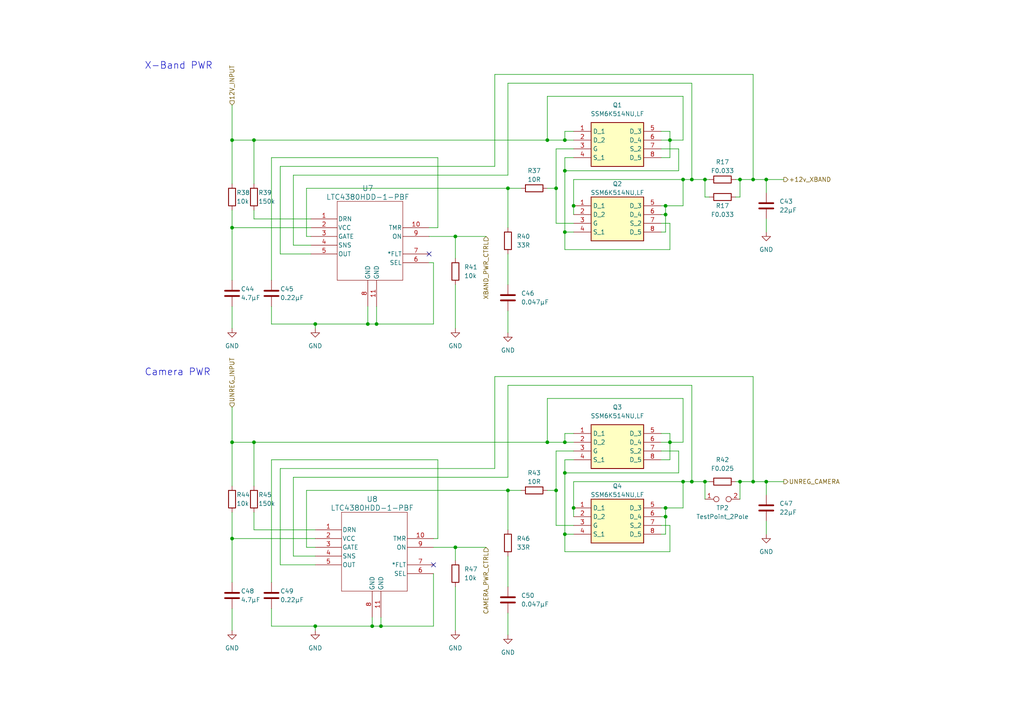
<source format=kicad_sch>
(kicad_sch (version 20230121) (generator eeschema)
  (paper "A4")
  (title_block (title "VERTECS CCB - Payload Power Supplies") (date "2024-05-28") (rev "1.3") (company "Kyushu Institute of Technology") (comment 1 "Includes power for both X-band and Camera") (comment 2 "See KITUSNE CCB schematic for reference") (comment 3 "X-band OCP set to 3A") (comment 4 "Camera OCP set to 2A"))
  (lib_symbols
    (symbol "Connector:TestPoint_2Pole" (pin_names (offset 0.762) hide)
      (property "Reference" "TP" (at 0 1.524 0))
      (property "Value" "TestPoint_2Pole" (at 0 -1.778 0))
      (symbol "TestPoint_2Pole_0_1"
        (circle (center -1.778 0) (radius 0.762))
        (circle (center 1.778 0) (radius 0.762))
        (pin passive line (at -5.08 0 0) (length 2.54) (name "1") (number "1"))
        (pin passive line (at 5.08 0 180) (length 2.54) (name "2") (number "2"))
      )
    )
    (symbol "Device:C" (pin_numbers hide) (pin_names (offset 0.254))
      (property "Reference" "C" (at 0.635 2.54 0))
      (property "Value" "C" (at 0.635 -2.54 0))
      (symbol "C_0_1"
        (polyline (pts (xy -2.032 -0.762) (xy 2.032 -0.762)) (stroke (width 0.508)))
        (polyline (pts (xy -2.032 0.762) (xy 2.032 0.762)) (stroke (width 0.508)))
      )
      (symbol "C_1_1"
        (pin passive line (at 0 3.81 270) (length 2.794) (name "~") (number "1"))
        (pin passive line (at 0 -3.81 90) (length 2.794) (name "~") (number "2"))
      )
    )
    (symbol "Device:R" (pin_numbers hide) (pin_names (offset 0))
      (property "Reference" "R" (at 2.032 0 90))
      (property "Value" "R" (at 0 0 90))
      (symbol "R_0_1"
        (rectangle (start -1.016 -2.54) (end 1.016 2.54) (stroke (width 0.254)))
      )
      (symbol "R_1_1"
        (pin passive line (at 0 3.81 270) (length 1.27) (name "~") (number "1"))
        (pin passive line (at 0 -3.81 90) (length 1.27) (name "~") (number "2"))
      )
    )
    (symbol "LTC4380HDD-1-PBF_1" (pin_names (offset 0.254))
      (property "Reference" "U8" (at 16.51 8.89 0))
      (property "Value" "LTC4380HDD-1-PBF" (at 16.51 6.35 0))
      (symbol "LTC4380HDD-1-PBF_1_0_1"
        (polyline (pts (xy 7.62 -17.78) (xy 26.67 -17.78)) (stroke (width 0.127)))
        (polyline (pts (xy 7.62 5.08) (xy 7.62 -17.78)) (stroke (width 0.127)))
        (polyline (pts (xy 26.67 -17.78) (xy 26.67 5.08)) (stroke (width 0.127)))
        (polyline (pts (xy 26.67 5.08) (xy 7.62 5.08)) (stroke (width 0.127)))
        (pin unspecified line (at 0 0 0) (length 7.62) (name "DRN") (number "1"))
        (pin unspecified line (at 34.29 -2.54 180) (length 7.62) (name "TMR") (number "10"))
        (pin power_out line (at 19.05 -25.4 90) (length 7.62) (name "GND") (number "11"))
        (pin power_in line (at 0 -2.54 0) (length 7.62) (name "VCC") (number "2"))
        (pin unspecified line (at 0 -5.08 0) (length 7.62) (name "GATE") (number "3"))
        (pin unspecified line (at 0 -7.62 0) (length 7.62) (name "SNS") (number "4"))
        (pin output line (at 0 -10.16 0) (length 7.62) (name "OUT") (number "5"))
        (pin unspecified line (at 34.29 -12.7 180) (length 7.62) (name "SEL") (number "6"))
        (pin unspecified line (at 34.29 -10.16 180) (length 7.62) (name "*FLT") (number "7"))
        (pin power_out line (at 16.51 -25.4 90) (length 7.62) (name "GND") (number "8"))
        (pin unspecified line (at 34.29 -5.08 180) (length 7.62) (name "ON") (number "9"))
      )
    )
    (symbol "VERTECS_CCB_Library:SSM6K514NU,LF"
      (property "Reference" "Q" (at 21.59 7.62 0))
      (property "Value" "SSM6K514NU,LF" (at 21.59 5.08 0))
      (symbol "SSM6K514NU,LF_1_1"
        (rectangle (start 5.08 2.54) (end 20.32 -10.16) (stroke (width 0.254)) (fill (type background)))
        (pin passive line (at 0 0 0) (length 5.08) (name "D_1") (number "1"))
        (pin passive line (at 0 -2.54 0) (length 5.08) (name "D_2") (number "2"))
        (pin passive line (at 0 -5.08 0) (length 5.08) (name "G") (number "3"))
        (pin passive line (at 0 -7.62 0) (length 5.08) (name "S_1") (number "4"))
        (pin passive line (at 25.4 0 180) (length 5.08) (name "D_3") (number "5"))
        (pin passive line (at 25.4 -2.54 180) (length 5.08) (name "D_4") (number "6"))
        (pin passive line (at 25.4 -5.08 180) (length 5.08) (name "S_2") (number "7"))
        (pin passive line (at 25.4 -7.62 180) (length 5.08) (name "D_5") (number "8"))
      )
    )
    (symbol "power:GND" (power) (pin_names (offset 0))
      (property "Value" "GND" (at 0 -3.81 0))
      (symbol "GND_0_1"
        (polyline (pts (xy 0 0) (xy 0 -1.27) (xy 1.27 -1.27) (xy 0 -2.54) (xy -1.27 -1.27) (xy 0 -1.27)))
      )
      (symbol "GND_1_1"
        (pin power_in line (at 0 0 270) (length 0) hide (name "GND") (number "1"))
      )
    )
  )
  (junction (at 91.44 181.61))
  (junction (at 193.04 147.32))
  (junction (at 166.37 147.32))
  (junction (at 147.32 54.61))
  (junction (at 166.37 59.69))
  (junction (at 200.66 52.07))
  (junction (at 204.47 52.07))
  (junction (at 214.63 52.07))
  (junction (at 218.44 139.7))
  (junction (at 163.83 128.27))
  (junction (at 193.04 62.23))
  (junction (at 107.95 181.61))
  (junction (at 193.04 149.86))
  (junction (at 194.31 40.64))
  (junction (at 214.63 139.7))
  (junction (at 106.68 93.98))
  (junction (at 67.31 128.27))
  (junction (at 161.29 54.61))
  (junction (at 222.25 52.07))
  (junction (at 163.83 49.53))
  (junction (at 110.49 181.61))
  (junction (at 67.31 66.04))
  (junction (at 200.66 139.7))
  (junction (at 132.08 68.58))
  (junction (at 91.44 93.98))
  (junction (at 163.83 154.94))
  (junction (at 163.83 137.16))
  (junction (at 158.75 40.64))
  (junction (at 67.31 156.21))
  (junction (at 73.66 128.27))
  (junction (at 193.04 59.69))
  (junction (at 222.25 139.7))
  (junction (at 198.12 52.07))
  (junction (at 158.75 128.27))
  (junction (at 109.22 93.98))
  (junction (at 73.66 40.64))
  (junction (at 194.31 128.27))
  (junction (at 163.83 40.64))
  (junction (at 147.32 142.24))
  (junction (at 218.44 52.07))
  (junction (at 67.31 40.64))
  (junction (at 198.12 139.7))
  (junction (at 161.29 142.24))
  (junction (at 204.47 139.7))
  (junction (at 163.83 67.31))
  (junction (at 132.08 158.75))
  (no_connect (at 124.46 73.66))
  (no_connect (at 125.73 163.83))
  (wire (pts (xy 78.74 133.35) (xy 78.74 168.91)))
  (wire (pts (xy 73.66 128.27) (xy 158.75 128.27)))
  (wire (pts (xy 218.44 21.59) (xy 143.51 21.59)))
  (wire (pts (xy 67.31 30.48) (xy 67.31 40.64)))
  (wire (pts (xy 91.44 93.98) (xy 106.68 93.98)))
  (wire (pts (xy 78.74 88.9) (xy 78.74 93.98)))
  (wire (pts (xy 200.66 139.7) (xy 204.47 139.7)))
  (wire (pts (xy 194.31 40.64) (xy 198.12 40.64)))
  (wire (pts (xy 218.44 139.7) (xy 222.25 139.7)))
  (wire (pts (xy 147.32 54.61) (xy 151.13 54.61)))
  (wire (pts (xy 193.04 62.23) (xy 191.77 62.23)))
  (wire (pts (xy 166.37 125.73) (xy 163.83 125.73)))
  (wire (pts (xy 193.04 59.69) (xy 193.04 62.23)))
  (wire (pts (xy 191.77 133.35) (xy 194.31 133.35)))
  (wire (pts (xy 163.83 125.73) (xy 163.83 128.27)))
  (wire (pts (xy 204.47 57.15) (xy 204.47 52.07)))
  (wire (pts (xy 200.66 139.7) (xy 200.66 111.76)))
  (wire (pts (xy 147.32 24.13) (xy 147.32 50.8)))
  (wire (pts (xy 67.31 66.04) (xy 90.17 66.04)))
  (wire (pts (xy 194.31 160.02) (xy 163.83 160.02)))
  (wire (pts (xy 73.66 153.67) (xy 91.44 153.67)))
  (wire (pts (xy 196.85 130.81) (xy 196.85 137.16)))
  (wire (pts (xy 158.75 40.64) (xy 163.83 40.64)))
  (wire (pts (xy 194.31 72.39) (xy 163.83 72.39)))
  (wire (pts (xy 147.32 142.24) (xy 151.13 142.24)))
  (wire (pts (xy 158.75 27.94) (xy 158.75 40.64)))
  (wire (pts (xy 124.46 66.04) (xy 127 66.04)))
  (wire (pts (xy 88.9 54.61) (xy 88.9 68.58)))
  (wire (pts (xy 161.29 43.18) (xy 161.29 54.61)))
  (wire (pts (xy 194.31 133.35) (xy 194.31 128.27)))
  (wire (pts (xy 193.04 67.31) (xy 193.04 62.23)))
  (wire (pts (xy 67.31 128.27) (xy 67.31 140.97)))
  (wire (pts (xy 198.12 115.57) (xy 158.75 115.57)))
  (wire (pts (xy 194.31 152.4) (xy 194.31 160.02)))
  (wire (pts (xy 161.29 43.18) (xy 166.37 43.18)))
  (wire (pts (xy 204.47 139.7) (xy 205.74 139.7)))
  (wire (pts (xy 191.77 40.64) (xy 194.31 40.64)))
  (wire (pts (xy 166.37 59.69) (xy 166.37 52.07)))
  (wire (pts (xy 163.83 133.35) (xy 163.83 137.16)))
  (wire (pts (xy 88.9 142.24) (xy 147.32 142.24)))
  (wire (pts (xy 91.44 181.61) (xy 91.44 182.88)))
  (wire (pts (xy 67.31 40.64) (xy 73.66 40.64)))
  (wire (pts (xy 147.32 161.29) (xy 147.32 170.18)))
  (wire (pts (xy 191.77 43.18) (xy 196.85 43.18)))
  (wire (pts (xy 166.37 133.35) (xy 163.83 133.35)))
  (wire (pts (xy 198.12 40.64) (xy 198.12 27.94)))
  (wire (pts (xy 166.37 45.72) (xy 163.83 45.72)))
  (wire (pts (xy 198.12 59.69) (xy 198.12 52.07)))
  (wire (pts (xy 194.31 38.1) (xy 194.31 40.64)))
  (wire (pts (xy 106.68 93.98) (xy 109.22 93.98)))
  (wire (pts (xy 132.08 158.75) (xy 132.08 162.56)))
  (wire (pts (xy 85.09 161.29) (xy 91.44 161.29)))
  (wire (pts (xy 147.32 142.24) (xy 147.32 153.67)))
  (wire (pts (xy 124.46 68.58) (xy 132.08 68.58)))
  (wire (pts (xy 67.31 88.9) (xy 67.31 95.25)))
  (wire (pts (xy 222.25 63.5) (xy 222.25 67.31)))
  (wire (pts (xy 218.44 52.07) (xy 222.25 52.07)))
  (wire (pts (xy 132.08 158.75) (xy 140.97 158.75)))
  (wire (pts (xy 191.77 147.32) (xy 193.04 147.32)))
  (wire (pts (xy 191.77 38.1) (xy 194.31 38.1)))
  (wire (pts (xy 109.22 88.9) (xy 109.22 93.98)))
  (wire (pts (xy 222.25 139.7) (xy 227.33 139.7)))
  (wire (pts (xy 166.37 52.07) (xy 198.12 52.07)))
  (wire (pts (xy 191.77 59.69) (xy 193.04 59.69)))
  (wire (pts (xy 67.31 128.27) (xy 73.66 128.27)))
  (wire (pts (xy 163.83 45.72) (xy 163.83 49.53)))
  (wire (pts (xy 214.63 57.15) (xy 214.63 52.07)))
  (wire (pts (xy 218.44 52.07) (xy 218.44 21.59)))
  (wire (pts (xy 196.85 49.53) (xy 163.83 49.53)))
  (wire (pts (xy 196.85 43.18) (xy 196.85 49.53)))
  (wire (pts (xy 125.73 156.21) (xy 127 156.21)))
  (wire (pts (xy 200.66 24.13) (xy 147.32 24.13)))
  (wire (pts (xy 161.29 64.77) (xy 166.37 64.77)))
  (wire (pts (xy 222.25 151.13) (xy 222.25 154.94)))
  (wire (pts (xy 143.51 135.89) (xy 81.28 135.89)))
  (wire (pts (xy 163.83 38.1) (xy 163.83 40.64)))
  (wire (pts (xy 67.31 118.11) (xy 67.31 128.27)))
  (wire (pts (xy 163.83 137.16) (xy 163.83 154.94)))
  (wire (pts (xy 222.25 52.07) (xy 227.33 52.07)))
  (wire (pts (xy 147.32 54.61) (xy 147.32 66.04)))
  (wire (pts (xy 147.32 73.66) (xy 147.32 82.55)))
  (wire (pts (xy 158.75 142.24) (xy 161.29 142.24)))
  (wire (pts (xy 198.12 147.32) (xy 198.12 139.7)))
  (wire (pts (xy 88.9 68.58) (xy 90.17 68.58)))
  (wire (pts (xy 88.9 158.75) (xy 91.44 158.75)))
  (wire (pts (xy 161.29 130.81) (xy 161.29 142.24)))
  (wire (pts (xy 214.63 52.07) (xy 218.44 52.07)))
  (wire (pts (xy 204.47 144.78) (xy 204.47 139.7)))
  (wire (pts (xy 198.12 139.7) (xy 200.66 139.7)))
  (wire (pts (xy 91.44 93.98) (xy 91.44 95.25)))
  (wire (pts (xy 166.37 139.7) (xy 198.12 139.7)))
  (wire (pts (xy 218.44 139.7) (xy 218.44 109.22)))
  (wire (pts (xy 191.77 67.31) (xy 193.04 67.31)))
  (wire (pts (xy 204.47 57.15) (xy 205.74 57.15)))
  (wire (pts (xy 222.25 52.07) (xy 222.25 55.88)))
  (wire (pts (xy 158.75 115.57) (xy 158.75 128.27)))
  (wire (pts (xy 85.09 71.12) (xy 90.17 71.12)))
  (wire (pts (xy 124.46 76.2) (xy 125.73 76.2)))
  (wire (pts (xy 78.74 45.72) (xy 78.74 81.28)))
  (wire (pts (xy 106.68 88.9) (xy 106.68 93.98)))
  (wire (pts (xy 163.83 72.39) (xy 163.83 67.31)))
  (wire (pts (xy 67.31 156.21) (xy 67.31 168.91)))
  (wire (pts (xy 73.66 40.64) (xy 158.75 40.64)))
  (wire (pts (xy 110.49 179.07) (xy 110.49 181.61)))
  (wire (pts (xy 110.49 181.61) (xy 125.73 181.61)))
  (wire (pts (xy 166.37 59.69) (xy 166.37 62.23)))
  (wire (pts (xy 161.29 130.81) (xy 166.37 130.81)))
  (wire (pts (xy 194.31 64.77) (xy 194.31 72.39)))
  (wire (pts (xy 163.83 67.31) (xy 166.37 67.31)))
  (wire (pts (xy 161.29 152.4) (xy 166.37 152.4)))
  (wire (pts (xy 81.28 135.89) (xy 81.28 163.83)))
  (wire (pts (xy 191.77 130.81) (xy 196.85 130.81)))
  (wire (pts (xy 143.51 21.59) (xy 143.51 48.26)))
  (wire (pts (xy 166.37 147.32) (xy 166.37 139.7)))
  (wire (pts (xy 132.08 68.58) (xy 140.97 68.58)))
  (wire (pts (xy 88.9 54.61) (xy 147.32 54.61)))
  (wire (pts (xy 127 133.35) (xy 127 156.21)))
  (wire (pts (xy 158.75 128.27) (xy 163.83 128.27)))
  (wire (pts (xy 191.77 152.4) (xy 194.31 152.4)))
  (wire (pts (xy 85.09 138.43) (xy 85.09 161.29)))
  (wire (pts (xy 191.77 64.77) (xy 194.31 64.77)))
  (wire (pts (xy 107.95 181.61) (xy 110.49 181.61)))
  (wire (pts (xy 196.85 137.16) (xy 163.83 137.16)))
  (wire (pts (xy 193.04 147.32) (xy 193.04 149.86)))
  (wire (pts (xy 147.32 177.8) (xy 147.32 184.15)))
  (wire (pts (xy 161.29 142.24) (xy 161.29 152.4)))
  (wire (pts (xy 127 66.04) (xy 127 45.72)))
  (wire (pts (xy 81.28 73.66) (xy 90.17 73.66)))
  (wire (pts (xy 163.83 128.27) (xy 166.37 128.27)))
  (wire (pts (xy 127 45.72) (xy 78.74 45.72)))
  (wire (pts (xy 147.32 90.17) (xy 147.32 96.52)))
  (wire (pts (xy 193.04 154.94) (xy 193.04 149.86)))
  (wire (pts (xy 73.66 63.5) (xy 90.17 63.5)))
  (wire (pts (xy 147.32 111.76) (xy 147.32 138.43)))
  (wire (pts (xy 166.37 147.32) (xy 166.37 149.86)))
  (wire (pts (xy 214.63 139.7) (xy 218.44 139.7)))
  (wire (pts (xy 91.44 181.61) (xy 107.95 181.61)))
  (wire (pts (xy 204.47 52.07) (xy 205.74 52.07)))
  (wire (pts (xy 147.32 138.43) (xy 85.09 138.43)))
  (wire (pts (xy 78.74 93.98) (xy 91.44 93.98)))
  (wire (pts (xy 147.32 50.8) (xy 85.09 50.8)))
  (wire (pts (xy 198.12 128.27) (xy 198.12 115.57)))
  (wire (pts (xy 73.66 148.59) (xy 73.66 153.67)))
  (wire (pts (xy 125.73 93.98) (xy 125.73 76.2)))
  (wire (pts (xy 67.31 156.21) (xy 91.44 156.21)))
  (wire (pts (xy 163.83 154.94) (xy 166.37 154.94)))
  (wire (pts (xy 73.66 60.96) (xy 73.66 63.5)))
  (wire (pts (xy 107.95 179.07) (xy 107.95 181.61)))
  (wire (pts (xy 200.66 111.76) (xy 147.32 111.76)))
  (wire (pts (xy 81.28 48.26) (xy 81.28 73.66)))
  (wire (pts (xy 163.83 160.02) (xy 163.83 154.94)))
  (wire (pts (xy 132.08 82.55) (xy 132.08 95.25)))
  (wire (pts (xy 200.66 52.07) (xy 204.47 52.07)))
  (wire (pts (xy 213.36 139.7) (xy 214.63 139.7)))
  (wire (pts (xy 194.31 45.72) (xy 194.31 40.64)))
  (wire (pts (xy 125.73 181.61) (xy 125.73 166.37)))
  (wire (pts (xy 127 133.35) (xy 78.74 133.35)))
  (wire (pts (xy 67.31 40.64) (xy 67.31 53.34)))
  (wire (pts (xy 78.74 181.61) (xy 91.44 181.61)))
  (wire (pts (xy 163.83 49.53) (xy 163.83 67.31)))
  (wire (pts (xy 161.29 54.61) (xy 161.29 64.77)))
  (wire (pts (xy 191.77 45.72) (xy 194.31 45.72)))
  (wire (pts (xy 193.04 147.32) (xy 198.12 147.32)))
  (wire (pts (xy 73.66 128.27) (xy 73.66 140.97)))
  (wire (pts (xy 214.63 144.78) (xy 214.63 139.7)))
  (wire (pts (xy 200.66 52.07) (xy 200.66 24.13)))
  (wire (pts (xy 163.83 40.64) (xy 166.37 40.64)))
  (wire (pts (xy 158.75 54.61) (xy 161.29 54.61)))
  (wire (pts (xy 88.9 158.75) (xy 88.9 142.24)))
  (wire (pts (xy 191.77 154.94) (xy 193.04 154.94)))
  (wire (pts (xy 194.31 125.73) (xy 194.31 128.27)))
  (wire (pts (xy 213.36 52.07) (xy 214.63 52.07)))
  (wire (pts (xy 81.28 163.83) (xy 91.44 163.83)))
  (wire (pts (xy 143.51 48.26) (xy 81.28 48.26)))
  (wire (pts (xy 85.09 50.8) (xy 85.09 71.12)))
  (wire (pts (xy 166.37 38.1) (xy 163.83 38.1)))
  (wire (pts (xy 191.77 125.73) (xy 194.31 125.73)))
  (wire (pts (xy 67.31 66.04) (xy 67.31 81.28)))
  (wire (pts (xy 191.77 128.27) (xy 194.31 128.27)))
  (wire (pts (xy 78.74 176.53) (xy 78.74 181.61)))
  (wire (pts (xy 143.51 109.22) (xy 143.51 135.89)))
  (wire (pts (xy 198.12 27.94) (xy 158.75 27.94)))
  (wire (pts (xy 193.04 149.86) (xy 191.77 149.86)))
  (wire (pts (xy 132.08 170.18) (xy 132.08 182.88)))
  (wire (pts (xy 198.12 52.07) (xy 200.66 52.07)))
  (wire (pts (xy 132.08 68.58) (xy 132.08 74.93)))
  (wire (pts (xy 67.31 176.53) (xy 67.31 182.88)))
  (wire (pts (xy 109.22 93.98) (xy 125.73 93.98)))
  (wire (pts (xy 222.25 139.7) (xy 222.25 143.51)))
  (wire (pts (xy 73.66 40.64) (xy 73.66 53.34)))
  (wire (pts (xy 125.73 158.75) (xy 132.08 158.75)))
  (wire (pts (xy 67.31 60.96) (xy 67.31 66.04)))
  (wire (pts (xy 213.36 57.15) (xy 214.63 57.15)))
  (wire (pts (xy 67.31 148.59) (xy 67.31 156.21)))
  (wire (pts (xy 194.31 128.27) (xy 198.12 128.27)))
  (wire (pts (xy 218.44 109.22) (xy 143.51 109.22)))
  (wire (pts (xy 193.04 59.69) (xy 198.12 59.69)))
  (text "X-Band PWR" (at 41.91 20.32 0) (effects (font (size 2 2)) (justify left bottom)))
  (text "Camera PWR" (at 41.91 109.22 0) (effects (font (size 2 2)) (justify left bottom)))
  (hierarchical_label "XBAND_PWR_CTRL" (shape input) (at 140.97 68.58 270))
  (hierarchical_label "CAMERA_PWR_CTRL" (shape input) (at 140.97 158.75 270))
  (hierarchical_label "12V_INPUT" (shape input) (at 67.31 30.48 90))
  (hierarchical_label "UNREG_INPUT" (shape input) (at 67.31 118.11 90))
  (hierarchical_label "UNREG_CAMERA" (shape output) (at 227.33 139.7 0))
  (hierarchical_label "+12v_XBAND" (shape output) (at 227.33 52.07 0))
  (symbol (lib_id "VERTECS_CCB_Library:SSM6K514NU,LF") (at 166.37 38.1 0) (unit 1)
    (property "Reference" "Q1" (at 179.07 30.48 0))
    (property "Value" "SSM6K514NU,LF" (at 179.07 33.02 0))
    (property "Footprint" "VERTECS_CCB_Library:SSM6K514NU,LF" (effects hide))
    (property "Datasheet" "https://www.mouser.jp/datasheet/2/408/SSM6K514NU_datasheet_en_20170616-1082946.pdf" (effects hide))
    (property "Mouser Part Number" "757-SSM6K514NULF" (effects hide))
    (property "Mouser Price/Stock" "https://www.mouser.co.uk/ProductDetail/Toshiba/SSM6K514NULF?qs=yfGysFjEcj13lHFOvblArQ%3D%3D" (effects hide))
    (property "Manufacturer_Name" "Toshiba" (effects hide))
    (property "Manufacturer_Part_Number" "SSM6K514NU,LF" (effects hide))
  )
  (symbol (lib_id "Device:R") (at 132.08 78.74 0) (unit 1)
    (property "Reference" "R41" (at 134.62 77.47 0) (effects (justify left)))
    (property "Value" "10k" (at 134.62 80.01 0) (effects (justify left)))
    (property "Footprint" "Resistor_SMD:R_0402_1005Metric" (effects hide))
    (property "Manufacturer_Name" "KOA" (effects hide))
    (property "Manufacturer_Part_Number" "RK73H1ETTP1002F" (effects hide))
  )
  (symbol (lib_id "Device:R") (at 73.66 57.15 0) (unit 1)
    (property "Reference" "R39" (at 74.93 55.88 0) (effects (justify left)))
    (property "Value" "150k" (at 74.93 58.42 0) (effects (justify left)))
    (property "Footprint" "Resistor_SMD:R_0402_1005Metric" (effects hide))
    (property "Manufacturer_Name" "KOA" (effects hide))
    (property "Manufacturer_Part_Number" "RK73H1ETTP1503F" (effects hide))
  )
  (symbol (lib_id "Device:R") (at 209.55 52.07 90) (unit 1)
    (property "Reference" "R17" (at 209.55 46.99 90))
    (property "Value" "F0.033" (at 209.55 49.53 90))
    (property "Footprint" "Resistor_SMD:R_0805_2012Metric" (effects hide))
    (property "Datasheet" "https://www.koaspeer.com/catimages/Products/UR73V/UR73V.pdf" (effects hide))
    (property "Manufacturer_Name" "KOA" (effects hide))
    (property "Manufacturer_Part_Number" "UR73VD2ATTD33L0F" (effects hide))
    (property "Mouser Part Number" "660-UR73VD2ATTD33L0F" (effects hide))
    (property "Mouser Price/Stock" "https://www.mouser.jp/ProductDetail/KOA-Speer/UR73VD2ATTD33L0F?qs=5aG0NVq1C4xwywUIbPsVXw%3D%3D" (effects hide))
    (instances (project "VERTECS_CCB_A" (path "" (reference "R17") (unit 1)) (path "" (reference "R34") (unit 1)) (path "" (reference "R36") (unit 1))))
  )
  (symbol (lib_id "Device:R") (at 132.08 166.37 0) (unit 1)
    (property "Reference" "R47" (at 134.62 165.1 0) (effects (justify left)))
    (property "Value" "10k" (at 134.62 167.64 0) (effects (justify left)))
    (property "Footprint" "Resistor_SMD:R_0402_1005Metric" (effects hide))
    (property "Manufacturer_Name" "KOA" (effects hide))
    (property "Manufacturer_Part_Number" "RK73H1ETTP1002F" (effects hide))
  )
  (symbol (lib_id "power:GND") (at 147.32 96.52 0) (unit 1)
    (property "Reference" "#PWR075" (effects hide))
    (property "Value" "GND" (at 147.32 101.6 0))
  )
  (symbol (lib_id "power:GND") (at 222.25 67.31 0) (unit 1)
    (property "Reference" "#PWR071" (effects hide))
    (property "Value" "GND" (at 222.25 72.39 0))
  )
  (symbol (lib_id "Device:R") (at 73.66 144.78 0) (unit 1)
    (property "Reference" "R45" (at 74.93 143.51 0) (effects (justify left)))
    (property "Value" "150k" (at 74.93 146.05 0) (effects (justify left)))
    (property "Footprint" "Resistor_SMD:R_0402_1005Metric" (effects hide))
    (property "Manufacturer_Name" "KOA" (effects hide))
    (property "Manufacturer_Part_Number" "RK73H1ETTP1503F" (effects hide))
  )
  (symbol (lib_id "Device:C") (at 222.25 59.69 0) (unit 1)
    (property "Reference" "C43" (at 226.06 58.42 0) (effects (justify left)))
    (property "Value" "22µF" (at 226.06 60.96 0) (effects (justify left)))
    (property "Footprint" "Resistor_SMD:R_0603_1608Metric" (effects hide))
    (property "Datasheet" "https://www.mouser.com/datasheet/2/281/1/GRM187R61A226ME15_01A-1984595.pdf" (effects hide))
    (property "Manufacturer_Name" "MURATA" (effects hide))
    (property "Manufacturer_Part_Number" "GRM187R61A226M" (effects hide))
    (property "Mouser Part Number" "81-GRM187R61A226ME5J" (effects hide))
    (property "Mouser Price/Stock" "https://www.mouser.com/ProductDetail/Murata-Electronics/GRM187R61A226ME15J?qs=5aG0NVq1C4zp9gekqoIe8Q%3D%3D" (effects hide))
  )
  (symbol (lib_id "VERTECS_CCB_Library:SSM6K514NU,LF") (at 166.37 59.69 0) (unit 1)
    (property "Reference" "Q2" (at 179.07 53.34 0))
    (property "Value" "SSM6K514NU,LF" (at 179.07 55.88 0))
    (property "Footprint" "VERTECS_CCB_Library:SSM6K514NU,LF" (effects hide))
    (property "Datasheet" "https://www.mouser.jp/datasheet/2/408/SSM6K514NU_datasheet_en_20170616-1082946.pdf" (effects hide))
    (property "Mouser Part Number" "757-SSM6K514NULF" (effects hide))
    (property "Mouser Price/Stock" "https://www.mouser.co.uk/ProductDetail/Toshiba/SSM6K514NULF?qs=yfGysFjEcj13lHFOvblArQ%3D%3D" (effects hide))
    (property "Manufacturer_Name" "Toshiba" (effects hide))
    (property "Manufacturer_Part_Number" "SSM6K514NU,LF" (effects hide))
  )
  (symbol (lib_id "power:GND") (at 222.25 154.94 0) (unit 1)
    (property "Reference" "#PWR076" (effects hide))
    (property "Value" "GND" (at 222.25 160.02 0))
  )
  (symbol (lib_id "power:GND") (at 91.44 182.88 0) (unit 1)
    (property "Reference" "#PWR078" (effects hide))
    (property "Value" "GND" (at 91.44 187.96 0))
  )
  (symbol (lib_id "Connector:TestPoint_2Pole") (at 209.55 144.78 0) (unit 1)
    (property "Reference" "TP2" (at 209.55 147.32 0))
    (property "Value" "TestPoint_2Pole" (at 209.55 149.86 0))
    (property "Footprint" "Resistor_SMD:R_0805_2012Metric_Pad1.20x1.40mm_HandSolder" (effects hide))
  )
  (symbol (lib_id "power:GND") (at 67.31 95.25 0) (unit 1)
    (property "Reference" "#PWR072" (effects hide))
    (property "Value" "GND" (at 67.31 100.33 0))
  )
  (symbol (lib_name "LTC4380HDD-1-PBF_1") (lib_id "VERTECS_CCB_Library:LTC4380HDD-1-PBF") (at 91.44 153.67 0) (unit 1)
    (property "Reference" "U8" (at 107.95 144.78 0) (effects (font (size 1.524 1.524))))
    (property "Value" "LTC4380HDD-1-PBF" (at 107.95 147.32 0) (effects (font (size 1.524 1.524))))
    (property "Footprint" "Package_DFN_QFN:DFN-10-1EP_3x3mm_P0.5mm_EP1.65x2.38mm" (effects hide))
    (property "Datasheet" "https://www.mouser.jp/datasheet/2/609/LTC4380-3125951.pdf" (effects hide))
    (property "Manufacturer_Name" "Analog Devices" (effects hide))
    (property "Manufacturer_Part_Number" "LTC4380HDD-1#PBF" (effects hide))
    (property "Mouser Part Number" "584-LTC4380HDD-1#PBF" (effects hide))
    (property "Mouser Price/Stock" "https://www.mouser.jp/ProductDetail/Analog-Devices/LTC4380HDD-1PBF?qs=oahfZPh6IAK6vXT%252BHggvpA%3D%3D" (effects hide))
  )
  (symbol (lib_id "Device:C") (at 78.74 85.09 0) (unit 1)
    (property "Reference" "C45" (at 81.28 83.82 0) (effects (justify left)))
    (property "Value" "0.22µF" (at 81.28 86.36 0) (effects (justify left)))
    (property "Footprint" "Resistor_SMD:R_0603_1608Metric" (effects hide))
    (property "Datasheet" "https://www.mouser.com/datasheet/2/281/1/GRM188R71E224JA88_01A-1985865.pdf" (effects hide))
    (property "Manufacturer_Name" "MURATA" (effects hide))
    (property "Manufacturer_Part_Number" "GRM188R71E224J" (effects hide))
    (property "Mouser Part Number" "81-GRM188R71E224JA8J" (effects hide))
    (property "Mouser Price/Stock" "https://www.mouser.com/ProductDetail/Murata-Electronics/GRM188R71E224JA88J?qs=QzBtWTOodeUQv4s17XcJEQ%3D%3D" (effects hide))
  )
  (symbol (lib_name "LTC4380HDD-1-PBF_1") (lib_id "VERTECS_CCB_Library:LTC4380HDD-1-PBF") (at 90.17 63.5 0) (unit 1)
    (property "Reference" "U7" (at 106.68 54.61 0) (effects (font (size 1.524 1.524))))
    (property "Value" "LTC4380HDD-1-PBF" (at 106.68 57.15 0) (effects (font (size 1.524 1.524))))
    (property "Footprint" "Package_DFN_QFN:DFN-10-1EP_3x3mm_P0.5mm_EP1.65x2.38mm" (effects hide))
    (property "Datasheet" "https://www.mouser.jp/datasheet/2/609/LTC4380-3125951.pdf" (effects hide))
    (property "Manufacturer_Name" "Analog Devices" (effects hide))
    (property "Manufacturer_Part_Number" "LTC4380HDD-1#PBF" (effects hide))
    (property "Mouser Part Number" "584-LTC4380HDD-1#PBF" (effects hide))
    (property "Mouser Price/Stock" "https://www.mouser.jp/ProductDetail/Analog-Devices/LTC4380HDD-1PBF?qs=oahfZPh6IAK6vXT%252BHggvpA%3D%3D" (effects hide))
  )
  (symbol (lib_id "power:GND") (at 147.32 184.15 0) (unit 1)
    (property "Reference" "#PWR080" (effects hide))
    (property "Value" "GND" (at 147.32 189.23 0))
  )
  (symbol (lib_id "Device:R") (at 209.55 139.7 90) (unit 1)
    (property "Reference" "R42" (at 209.55 133.35 90))
    (property "Value" "F0.025" (at 209.55 135.89 90))
    (property "Footprint" "Resistor_SMD:R_0805_2012Metric" (effects hide))
    (property "Datasheet" "https://www.koaspeer.com/catimages/Products/UR73V/UR73V.pdf" (effects hide))
    (property "Manufacturer_Name" "KOA" (effects hide))
    (property "Manufacturer_Part_Number" "UR73VD2ATTD25L0F" (effects hide))
    (property "Mouser Part Number" "660-UR73VD2ATTD25L0F" (effects hide))
    (property "Mouser Price/Stock" "https://www.mouser.com/ProductDetail/KOA-Speer/UR73VD2ATTD25L0F?qs=5aG0NVq1C4z5HmsT%2Fj0Ezw%3D%3D" (effects hide))
  )
  (symbol (lib_id "Device:R") (at 67.31 144.78 0) (unit 1)
    (property "Reference" "R44" (at 68.58 143.51 0) (effects (justify left)))
    (property "Value" "10k" (at 68.58 146.05 0) (effects (justify left)))
    (property "Footprint" "Resistor_SMD:R_0402_1005Metric" (effects hide))
    (property "Manufacturer_Name" "KOA" (effects hide))
    (property "Manufacturer_Part_Number" "RK73H1ETTP1002F" (effects hide))
  )
  (symbol (lib_id "Device:R") (at 209.55 57.15 90) (unit 1)
    (property "Reference" "R17" (at 209.55 59.69 90))
    (property "Value" "F0.033" (at 209.55 62.23 90))
    (property "Footprint" "Resistor_SMD:R_0805_2012Metric" (effects hide))
    (property "Datasheet" "https://www.koaspeer.com/catimages/Products/UR73V/UR73V.pdf" (effects hide))
    (property "Manufacturer_Name" "KOA" (effects hide))
    (property "Manufacturer_Part_Number" "UR73VD2ATTD33L0F" (effects hide))
    (property "Mouser Part Number" "660-UR73VD2ATTD33L0F" (effects hide))
    (property "Mouser Price/Stock" "https://www.mouser.jp/ProductDetail/KOA-Speer/UR73VD2ATTD33L0F?qs=5aG0NVq1C4xwywUIbPsVXw%3D%3D" (effects hide))
    (instances (project "VERTECS_CCB_A" (path "" (reference "R17") (unit 1)) (path "" (reference "R34") (unit 1)) (path "" (reference "R79") (unit 1))))
  )
  (symbol (lib_id "Device:C") (at 78.74 172.72 0) (unit 1)
    (property "Reference" "C49" (at 81.28 171.45 0) (effects (justify left)))
    (property "Value" "0.22µF" (at 81.28 173.99 0) (effects (justify left)))
    (property "Footprint" "Resistor_SMD:R_0603_1608Metric" (effects hide))
    (property "Datasheet" "https://www.mouser.com/datasheet/2/281/1/GRM188R71E224JA88_01A-1985865.pdf" (effects hide))
    (property "Manufacturer_Name" "MURATA" (effects hide))
    (property "Manufacturer_Part_Number" "GRM188R71E224J" (effects hide))
    (property "Mouser Part Number" "81-GRM188R71E224JA8J" (effects hide))
    (property "Mouser Price/Stock" "https://www.mouser.com/ProductDetail/Murata-Electronics/GRM188R71E224JA88J?qs=QzBtWTOodeUQv4s17XcJEQ%3D%3D" (effects hide))
  )
  (symbol (lib_id "Device:C") (at 147.32 86.36 0) (unit 1)
    (property "Reference" "C46" (at 151.13 85.09 0) (effects (justify left)))
    (property "Value" "0.047µF" (at 151.13 87.63 0) (effects (justify left)))
    (property "Footprint" "Resistor_SMD:R_0402_1005Metric" (effects hide))
    (property "Manufacturer_Name" "MURATA" (effects hide))
    (property "Manufacturer_Part_Number" "GRM155B11C473K" (effects hide))
  )
  (symbol (lib_id "power:GND") (at 132.08 95.25 0) (unit 1)
    (property "Reference" "#PWR074" (effects hide))
    (property "Value" "GND" (at 132.08 100.33 0))
  )
  (symbol (lib_id "power:GND") (at 67.31 182.88 0) (unit 1)
    (property "Reference" "#PWR077" (effects hide))
    (property "Value" "GND" (at 67.31 187.96 0))
  )
  (symbol (lib_id "Device:R") (at 147.32 157.48 0) (unit 1)
    (property "Reference" "R46" (at 149.86 156.21 0) (effects (justify left)))
    (property "Value" "33R" (at 149.86 158.75 0) (effects (justify left)))
    (property "Footprint" "Resistor_SMD:R_0402_1005Metric" (effects hide))
    (property "Manufacturer_Name" "KOA" (effects hide))
    (property "Manufacturer_Part_Number" "RK73H1ETTP33R0F" (effects hide))
  )
  (symbol (lib_id "Device:R") (at 154.94 142.24 270) (unit 1)
    (property "Reference" "R43" (at 154.94 137.16 90))
    (property "Value" "10R" (at 154.94 139.7 90))
    (property "Footprint" "Resistor_SMD:R_0402_1005Metric" (effects hide))
    (property "Manufacturer_Name" "KOA" (effects hide))
    (property "Manufacturer_Part_Number" "RK73H1ETTP10R0F" (effects hide))
  )
  (symbol (lib_id "power:GND") (at 132.08 182.88 0) (unit 1)
    (property "Reference" "#PWR079" (effects hide))
    (property "Value" "GND" (at 132.08 187.96 0))
  )
  (symbol (lib_id "Device:C") (at 222.25 147.32 0) (unit 1)
    (property "Reference" "C47" (at 226.06 146.05 0) (effects (justify left)))
    (property "Value" "22µF" (at 226.06 148.59 0) (effects (justify left)))
    (property "Footprint" "Resistor_SMD:R_0603_1608Metric" (effects hide))
    (property "Datasheet" "https://www.mouser.com/datasheet/2/281/1/GRM187R61A226ME15_01A-1984595.pdf" (effects hide))
    (property "Manufacturer_Name" "MURATA" (effects hide))
    (property "Manufacturer_Part_Number" "GRM187R61A226M" (effects hide))
    (property "Mouser Part Number" "81-GRM187R61A226ME5J" (effects hide))
    (property "Mouser Price/Stock" "https://www.mouser.com/ProductDetail/Murata-Electronics/GRM187R61A226ME15J?qs=5aG0NVq1C4zp9gekqoIe8Q%3D%3D" (effects hide))
  )
  (symbol (lib_id "Device:R") (at 154.94 54.61 270) (unit 1)
    (property "Reference" "R37" (at 154.94 49.53 90))
    (property "Value" "10R" (at 154.94 52.07 90))
    (property "Footprint" "Resistor_SMD:R_0402_1005Metric" (effects hide))
    (property "Manufacturer_Name" "KOA" (effects hide))
    (property "Manufacturer_Part_Number" "RK73H1ETTP10R0F" (effects hide))
  )
  (symbol (lib_id "Device:C") (at 67.31 85.09 0) (unit 1)
    (property "Reference" "C44" (at 69.85 83.82 0) (effects (justify left)))
    (property "Value" "4.7µF" (at 69.85 86.36 0) (effects (justify left)))
    (property "Footprint" "Resistor_SMD:R_0603_1608Metric" (effects hide))
    (property "Datasheet" "https://www.mouser.com/datasheet/2/281/1/GRM188C71A475KE11_01A-1985652.pdf" (effects hide))
    (property "Manufacturer_Name" "MURATA" (effects hide))
    (property "Manufacturer_Part_Number" "GRM188C71A475K" (effects hide))
    (property "Mouser Part Number" "81-GRM188C71A475KE1D" (effects hide))
    (property "Mouser Price/Stock" "https://www.mouser.com/ProductDetail/Murata-Electronics/GRM188C71A475KE11D?qs=ipkqEa07%2FjwaybY4i%2FmF1A%3D%3D" (effects hide))
  )
  (symbol (lib_id "Device:R") (at 67.31 57.15 0) (unit 1)
    (property "Reference" "R38" (at 68.58 55.88 0) (effects (justify left)))
    (property "Value" "10k" (at 68.58 58.42 0) (effects (justify left)))
    (property "Footprint" "Resistor_SMD:R_0402_1005Metric" (effects hide))
    (property "Manufacturer_Name" "KOA" (effects hide))
    (property "Manufacturer_Part_Number" "RK73H1ETTP1002F" (effects hide))
  )
  (symbol (lib_id "Device:C") (at 147.32 173.99 0) (unit 1)
    (property "Reference" "C50" (at 151.13 172.72 0) (effects (justify left)))
    (property "Value" "0.047µF" (at 151.13 175.26 0) (effects (justify left)))
    (property "Footprint" "Resistor_SMD:R_0402_1005Metric" (effects hide))
    (property "Manufacturer_Name" "MURATA" (effects hide))
    (property "Manufacturer_Part_Number" "GRM155B11C473K" (effects hide))
  )
  (symbol (lib_id "Device:R") (at 147.32 69.85 0) (unit 1)
    (property "Reference" "R40" (at 149.86 68.58 0) (effects (justify left)))
    (property "Value" "33R" (at 149.86 71.12 0) (effects (justify left)))
    (property "Footprint" "Resistor_SMD:R_0402_1005Metric" (effects hide))
    (property "Manufacturer_Name" "KOA" (effects hide))
    (property "Manufacturer_Part_Number" "RK73H1ETTP33R0F" (effects hide))
  )
  (symbol (lib_id "VERTECS_CCB_Library:SSM6K514NU,LF") (at 166.37 147.32 0) (unit 1)
    (property "Reference" "Q4" (at 179.07 140.97 0))
    (property "Value" "SSM6K514NU,LF" (at 179.07 143.51 0))
    (property "Footprint" "VERTECS_CCB_Library:SSM6K514NU,LF" (effects hide))
    (property "Datasheet" "https://www.mouser.jp/datasheet/2/408/SSM6K514NU_datasheet_en_20170616-1082946.pdf" (effects hide))
    (property "Mouser Part Number" "757-SSM6K514NULF" (effects hide))
    (property "Mouser Price/Stock" "https://www.mouser.co.uk/ProductDetail/Toshiba/SSM6K514NULF?qs=yfGysFjEcj13lHFOvblArQ%3D%3D" (effects hide))
    (property "Manufacturer_Name" "Toshiba" (effects hide))
    (property "Manufacturer_Part_Number" "SSM6K514NU,LF" (effects hide))
  )
  (symbol (lib_id "power:GND") (at 91.44 95.25 0) (unit 1)
    (property "Reference" "#PWR073" (effects hide))
    (property "Value" "GND" (at 91.44 100.33 0))
  )
  (symbol (lib_id "VERTECS_CCB_Library:SSM6K514NU,LF") (at 166.37 125.73 0) (unit 1)
    (property "Reference" "Q3" (at 179.07 118.11 0))
    (property "Value" "SSM6K514NU,LF" (at 179.07 120.65 0))
    (property "Footprint" "VERTECS_CCB_Library:SSM6K514NU,LF" (effects hide))
    (property "Datasheet" "https://www.mouser.jp/datasheet/2/408/SSM6K514NU_datasheet_en_20170616-1082946.pdf" (effects hide))
    (property "Mouser Part Number" "757-SSM6K514NULF" (effects hide))
    (property "Mouser Price/Stock" "https://www.mouser.co.uk/ProductDetail/Toshiba/SSM6K514NULF?qs=yfGysFjEcj13lHFOvblArQ%3D%3D" (effects hide))
    (property "Manufacturer_Name" "Toshiba" (effects hide))
    (property "Manufacturer_Part_Number" "SSM6K514NU,LF" (effects hide))
  )
  (symbol (lib_id "Device:C") (at 67.31 172.72 0) (unit 1)
    (property "Reference" "C48" (at 69.85 171.45 0) (effects (justify left)))
    (property "Value" "4.7µF" (at 69.85 173.99 0) (effects (justify left)))
    (property "Footprint" "Resistor_SMD:R_0603_1608Metric" (effects hide))
    (property "Datasheet" "https://www.mouser.com/datasheet/2/281/1/GRM188C71A475KE11_01A-1985652.pdf" (effects hide))
    (property "Manufacturer_Name" "MURATA" (effects hide))
    (property "Manufacturer_Part_Number" "GRM188C71A475K" (effects hide))
    (property "Mouser Part Number" "81-GRM188C71A475KE1D" (effects hide))
    (property "Mouser Price/Stock" "https://www.mouser.com/ProductDetail/Murata-Electronics/GRM188C71A475KE11D?qs=ipkqEa07%2FjwaybY4i%2FmF1A%3D%3D" (effects hide))
  )
)
</source>
